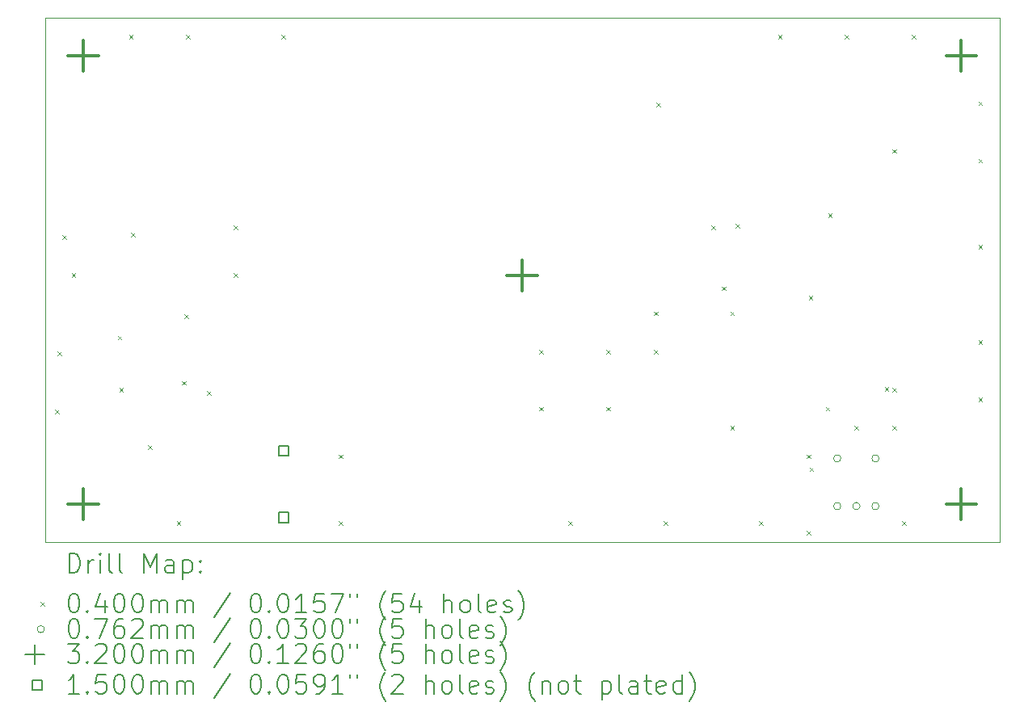
<source format=gbr>
%TF.GenerationSoftware,KiCad,Pcbnew,7.0.7*%
%TF.CreationDate,2023-10-17T16:06:10-04:00*%
%TF.ProjectId,MicAmp,4d696341-6d70-42e6-9b69-6361645f7063,rev?*%
%TF.SameCoordinates,PX42c1d80PY2625a00*%
%TF.FileFunction,Drillmap*%
%TF.FilePolarity,Positive*%
%FSLAX45Y45*%
G04 Gerber Fmt 4.5, Leading zero omitted, Abs format (unit mm)*
G04 Created by KiCad (PCBNEW 7.0.7) date 2023-10-17 16:06:10*
%MOMM*%
%LPD*%
G01*
G04 APERTURE LIST*
%ADD10C,0.100000*%
%ADD11C,0.200000*%
%ADD12C,0.040000*%
%ADD13C,0.076200*%
%ADD14C,0.320000*%
%ADD15C,0.150000*%
G04 APERTURE END LIST*
D10*
X10000000Y0D02*
X10000000Y-5500000D01*
X0Y0D02*
X10000000Y0D01*
X0Y-5500000D02*
X0Y0D01*
X10000000Y-5500000D02*
X0Y-5500000D01*
D11*
D12*
X104700Y-4108000D02*
X144700Y-4148000D01*
X144700Y-4108000D02*
X104700Y-4148000D01*
X130100Y-3498400D02*
X170100Y-3538400D01*
X170100Y-3498400D02*
X130100Y-3538400D01*
X180000Y-2280000D02*
X220000Y-2320000D01*
X220000Y-2280000D02*
X180000Y-2320000D01*
X280000Y-2680000D02*
X320000Y-2720000D01*
X320000Y-2680000D02*
X280000Y-2720000D01*
X762560Y-3335840D02*
X802560Y-3375840D01*
X802560Y-3335840D02*
X762560Y-3375840D01*
X780000Y-3880000D02*
X820000Y-3920000D01*
X820000Y-3880000D02*
X780000Y-3920000D01*
X880000Y-180000D02*
X920000Y-220000D01*
X920000Y-180000D02*
X880000Y-220000D01*
X904800Y-2253800D02*
X944800Y-2293800D01*
X944800Y-2253800D02*
X904800Y-2293800D01*
X1080000Y-4480000D02*
X1120000Y-4520000D01*
X1120000Y-4480000D02*
X1080000Y-4520000D01*
X1380000Y-5280000D02*
X1420000Y-5320000D01*
X1420000Y-5280000D02*
X1380000Y-5320000D01*
X1433120Y-3808280D02*
X1473120Y-3848280D01*
X1473120Y-3808280D02*
X1433120Y-3848280D01*
X1458520Y-3112320D02*
X1498520Y-3152320D01*
X1498520Y-3112320D02*
X1458520Y-3152320D01*
X1480000Y-180000D02*
X1520000Y-220000D01*
X1520000Y-180000D02*
X1480000Y-220000D01*
X1699820Y-3914960D02*
X1739820Y-3954960D01*
X1739820Y-3914960D02*
X1699820Y-3954960D01*
X1980000Y-2180000D02*
X2020000Y-2220000D01*
X2020000Y-2180000D02*
X1980000Y-2220000D01*
X1980000Y-2680000D02*
X2020000Y-2720000D01*
X2020000Y-2680000D02*
X1980000Y-2720000D01*
X2480000Y-180000D02*
X2520000Y-220000D01*
X2520000Y-180000D02*
X2480000Y-220000D01*
X3080000Y-4580000D02*
X3120000Y-4620000D01*
X3120000Y-4580000D02*
X3080000Y-4620000D01*
X3080000Y-5280000D02*
X3120000Y-5320000D01*
X3120000Y-5280000D02*
X3080000Y-5320000D01*
X5180000Y-3480000D02*
X5220000Y-3520000D01*
X5220000Y-3480000D02*
X5180000Y-3520000D01*
X5180000Y-4080000D02*
X5220000Y-4120000D01*
X5220000Y-4080000D02*
X5180000Y-4120000D01*
X5480000Y-5280000D02*
X5520000Y-5320000D01*
X5520000Y-5280000D02*
X5480000Y-5320000D01*
X5880000Y-3480000D02*
X5920000Y-3520000D01*
X5920000Y-3480000D02*
X5880000Y-3520000D01*
X5880000Y-4080000D02*
X5920000Y-4120000D01*
X5920000Y-4080000D02*
X5880000Y-4120000D01*
X6380000Y-3080000D02*
X6420000Y-3120000D01*
X6420000Y-3080000D02*
X6380000Y-3120000D01*
X6380000Y-3480000D02*
X6420000Y-3520000D01*
X6420000Y-3480000D02*
X6380000Y-3520000D01*
X6403900Y-894900D02*
X6443900Y-934900D01*
X6443900Y-894900D02*
X6403900Y-934900D01*
X6480000Y-5280000D02*
X6520000Y-5320000D01*
X6520000Y-5280000D02*
X6480000Y-5320000D01*
X6980000Y-2180000D02*
X7020000Y-2220000D01*
X7020000Y-2180000D02*
X6980000Y-2220000D01*
X7089700Y-2817680D02*
X7129700Y-2857680D01*
X7129700Y-2817680D02*
X7089700Y-2857680D01*
X7180000Y-3080000D02*
X7220000Y-3120000D01*
X7220000Y-3080000D02*
X7180000Y-3120000D01*
X7180000Y-4280000D02*
X7220000Y-4320000D01*
X7220000Y-4280000D02*
X7180000Y-4320000D01*
X7234480Y-2159820D02*
X7274480Y-2199820D01*
X7274480Y-2159820D02*
X7234480Y-2199820D01*
X7480000Y-5280000D02*
X7520000Y-5320000D01*
X7520000Y-5280000D02*
X7480000Y-5320000D01*
X7680000Y-180000D02*
X7720000Y-220000D01*
X7720000Y-180000D02*
X7680000Y-220000D01*
X7980000Y-4580000D02*
X8020000Y-4620000D01*
X8020000Y-4580000D02*
X7980000Y-4620000D01*
X7980000Y-5380000D02*
X8020000Y-5420000D01*
X8020000Y-5380000D02*
X7980000Y-5420000D01*
X8001560Y-2916740D02*
X8041560Y-2956740D01*
X8041560Y-2916740D02*
X8001560Y-2956740D01*
X8009180Y-4715060D02*
X8049180Y-4755060D01*
X8049180Y-4715060D02*
X8009180Y-4755060D01*
X8180000Y-4080000D02*
X8220000Y-4120000D01*
X8220000Y-4080000D02*
X8180000Y-4120000D01*
X8204760Y-2053140D02*
X8244760Y-2093140D01*
X8244760Y-2053140D02*
X8204760Y-2093140D01*
X8380000Y-180000D02*
X8420000Y-220000D01*
X8420000Y-180000D02*
X8380000Y-220000D01*
X8480000Y-4280000D02*
X8520000Y-4320000D01*
X8520000Y-4280000D02*
X8480000Y-4320000D01*
X8796580Y-3874320D02*
X8836580Y-3914320D01*
X8836580Y-3874320D02*
X8796580Y-3914320D01*
X8880000Y-1380000D02*
X8920000Y-1420000D01*
X8920000Y-1380000D02*
X8880000Y-1420000D01*
X8880000Y-3880000D02*
X8920000Y-3920000D01*
X8920000Y-3880000D02*
X8880000Y-3920000D01*
X8880000Y-4280000D02*
X8920000Y-4320000D01*
X8920000Y-4280000D02*
X8880000Y-4320000D01*
X8980000Y-5280000D02*
X9020000Y-5320000D01*
X9020000Y-5280000D02*
X8980000Y-5320000D01*
X9080000Y-180000D02*
X9120000Y-220000D01*
X9120000Y-180000D02*
X9080000Y-220000D01*
X9780000Y-880000D02*
X9820000Y-920000D01*
X9820000Y-880000D02*
X9780000Y-920000D01*
X9780000Y-1480000D02*
X9820000Y-1520000D01*
X9820000Y-1480000D02*
X9780000Y-1520000D01*
X9780000Y-2380000D02*
X9820000Y-2420000D01*
X9820000Y-2380000D02*
X9780000Y-2420000D01*
X9780000Y-3380000D02*
X9820000Y-3420000D01*
X9820000Y-3380000D02*
X9780000Y-3420000D01*
X9780000Y-3980000D02*
X9820000Y-4020000D01*
X9820000Y-3980000D02*
X9780000Y-4020000D01*
D13*
X8338100Y-4620000D02*
G75*
G03*
X8338100Y-4620000I-38100J0D01*
G01*
X8338100Y-5120000D02*
G75*
G03*
X8338100Y-5120000I-38100J0D01*
G01*
X8538100Y-5120000D02*
G75*
G03*
X8538100Y-5120000I-38100J0D01*
G01*
X8738100Y-4620000D02*
G75*
G03*
X8738100Y-4620000I-38100J0D01*
G01*
X8738100Y-5120000D02*
G75*
G03*
X8738100Y-5120000I-38100J0D01*
G01*
D14*
X400000Y-240000D02*
X400000Y-560000D01*
X240000Y-400000D02*
X560000Y-400000D01*
X400000Y-4940000D02*
X400000Y-5260000D01*
X240000Y-5100000D02*
X560000Y-5100000D01*
X5000000Y-2540000D02*
X5000000Y-2860000D01*
X4840000Y-2700000D02*
X5160000Y-2700000D01*
X9600000Y-240000D02*
X9600000Y-560000D01*
X9440000Y-400000D02*
X9760000Y-400000D01*
X9600000Y-4940000D02*
X9600000Y-5260000D01*
X9440000Y-5100000D02*
X9760000Y-5100000D01*
D15*
X2553034Y-4593034D02*
X2553034Y-4486967D01*
X2446967Y-4486967D01*
X2446967Y-4593034D01*
X2553034Y-4593034D01*
X2553034Y-5293034D02*
X2553034Y-5186967D01*
X2446967Y-5186967D01*
X2446967Y-5293034D01*
X2553034Y-5293034D01*
D11*
X255777Y-5817484D02*
X255777Y-5617484D01*
X255777Y-5617484D02*
X303396Y-5617484D01*
X303396Y-5617484D02*
X331967Y-5627008D01*
X331967Y-5627008D02*
X351015Y-5646055D01*
X351015Y-5646055D02*
X360539Y-5665103D01*
X360539Y-5665103D02*
X370062Y-5703198D01*
X370062Y-5703198D02*
X370062Y-5731769D01*
X370062Y-5731769D02*
X360539Y-5769865D01*
X360539Y-5769865D02*
X351015Y-5788912D01*
X351015Y-5788912D02*
X331967Y-5807960D01*
X331967Y-5807960D02*
X303396Y-5817484D01*
X303396Y-5817484D02*
X255777Y-5817484D01*
X455777Y-5817484D02*
X455777Y-5684150D01*
X455777Y-5722246D02*
X465301Y-5703198D01*
X465301Y-5703198D02*
X474824Y-5693674D01*
X474824Y-5693674D02*
X493872Y-5684150D01*
X493872Y-5684150D02*
X512920Y-5684150D01*
X579586Y-5817484D02*
X579586Y-5684150D01*
X579586Y-5617484D02*
X570063Y-5627008D01*
X570063Y-5627008D02*
X579586Y-5636531D01*
X579586Y-5636531D02*
X589110Y-5627008D01*
X589110Y-5627008D02*
X579586Y-5617484D01*
X579586Y-5617484D02*
X579586Y-5636531D01*
X703396Y-5817484D02*
X684348Y-5807960D01*
X684348Y-5807960D02*
X674824Y-5788912D01*
X674824Y-5788912D02*
X674824Y-5617484D01*
X808158Y-5817484D02*
X789110Y-5807960D01*
X789110Y-5807960D02*
X779586Y-5788912D01*
X779586Y-5788912D02*
X779586Y-5617484D01*
X1036729Y-5817484D02*
X1036729Y-5617484D01*
X1036729Y-5617484D02*
X1103396Y-5760341D01*
X1103396Y-5760341D02*
X1170063Y-5617484D01*
X1170063Y-5617484D02*
X1170063Y-5817484D01*
X1351015Y-5817484D02*
X1351015Y-5712722D01*
X1351015Y-5712722D02*
X1341491Y-5693674D01*
X1341491Y-5693674D02*
X1322444Y-5684150D01*
X1322444Y-5684150D02*
X1284348Y-5684150D01*
X1284348Y-5684150D02*
X1265301Y-5693674D01*
X1351015Y-5807960D02*
X1331967Y-5817484D01*
X1331967Y-5817484D02*
X1284348Y-5817484D01*
X1284348Y-5817484D02*
X1265301Y-5807960D01*
X1265301Y-5807960D02*
X1255777Y-5788912D01*
X1255777Y-5788912D02*
X1255777Y-5769865D01*
X1255777Y-5769865D02*
X1265301Y-5750817D01*
X1265301Y-5750817D02*
X1284348Y-5741293D01*
X1284348Y-5741293D02*
X1331967Y-5741293D01*
X1331967Y-5741293D02*
X1351015Y-5731769D01*
X1446253Y-5684150D02*
X1446253Y-5884150D01*
X1446253Y-5693674D02*
X1465301Y-5684150D01*
X1465301Y-5684150D02*
X1503396Y-5684150D01*
X1503396Y-5684150D02*
X1522443Y-5693674D01*
X1522443Y-5693674D02*
X1531967Y-5703198D01*
X1531967Y-5703198D02*
X1541491Y-5722246D01*
X1541491Y-5722246D02*
X1541491Y-5779388D01*
X1541491Y-5779388D02*
X1531967Y-5798436D01*
X1531967Y-5798436D02*
X1522443Y-5807960D01*
X1522443Y-5807960D02*
X1503396Y-5817484D01*
X1503396Y-5817484D02*
X1465301Y-5817484D01*
X1465301Y-5817484D02*
X1446253Y-5807960D01*
X1627205Y-5798436D02*
X1636729Y-5807960D01*
X1636729Y-5807960D02*
X1627205Y-5817484D01*
X1627205Y-5817484D02*
X1617682Y-5807960D01*
X1617682Y-5807960D02*
X1627205Y-5798436D01*
X1627205Y-5798436D02*
X1627205Y-5817484D01*
X1627205Y-5693674D02*
X1636729Y-5703198D01*
X1636729Y-5703198D02*
X1627205Y-5712722D01*
X1627205Y-5712722D02*
X1617682Y-5703198D01*
X1617682Y-5703198D02*
X1627205Y-5693674D01*
X1627205Y-5693674D02*
X1627205Y-5712722D01*
D12*
X-45000Y-6126000D02*
X-5000Y-6166000D01*
X-5000Y-6126000D02*
X-45000Y-6166000D01*
D11*
X293872Y-6037484D02*
X312920Y-6037484D01*
X312920Y-6037484D02*
X331967Y-6047008D01*
X331967Y-6047008D02*
X341491Y-6056531D01*
X341491Y-6056531D02*
X351015Y-6075579D01*
X351015Y-6075579D02*
X360539Y-6113674D01*
X360539Y-6113674D02*
X360539Y-6161293D01*
X360539Y-6161293D02*
X351015Y-6199388D01*
X351015Y-6199388D02*
X341491Y-6218436D01*
X341491Y-6218436D02*
X331967Y-6227960D01*
X331967Y-6227960D02*
X312920Y-6237484D01*
X312920Y-6237484D02*
X293872Y-6237484D01*
X293872Y-6237484D02*
X274824Y-6227960D01*
X274824Y-6227960D02*
X265301Y-6218436D01*
X265301Y-6218436D02*
X255777Y-6199388D01*
X255777Y-6199388D02*
X246253Y-6161293D01*
X246253Y-6161293D02*
X246253Y-6113674D01*
X246253Y-6113674D02*
X255777Y-6075579D01*
X255777Y-6075579D02*
X265301Y-6056531D01*
X265301Y-6056531D02*
X274824Y-6047008D01*
X274824Y-6047008D02*
X293872Y-6037484D01*
X446253Y-6218436D02*
X455777Y-6227960D01*
X455777Y-6227960D02*
X446253Y-6237484D01*
X446253Y-6237484D02*
X436729Y-6227960D01*
X436729Y-6227960D02*
X446253Y-6218436D01*
X446253Y-6218436D02*
X446253Y-6237484D01*
X627205Y-6104150D02*
X627205Y-6237484D01*
X579586Y-6027960D02*
X531967Y-6170817D01*
X531967Y-6170817D02*
X655777Y-6170817D01*
X770062Y-6037484D02*
X789110Y-6037484D01*
X789110Y-6037484D02*
X808158Y-6047008D01*
X808158Y-6047008D02*
X817682Y-6056531D01*
X817682Y-6056531D02*
X827205Y-6075579D01*
X827205Y-6075579D02*
X836729Y-6113674D01*
X836729Y-6113674D02*
X836729Y-6161293D01*
X836729Y-6161293D02*
X827205Y-6199388D01*
X827205Y-6199388D02*
X817682Y-6218436D01*
X817682Y-6218436D02*
X808158Y-6227960D01*
X808158Y-6227960D02*
X789110Y-6237484D01*
X789110Y-6237484D02*
X770062Y-6237484D01*
X770062Y-6237484D02*
X751015Y-6227960D01*
X751015Y-6227960D02*
X741491Y-6218436D01*
X741491Y-6218436D02*
X731967Y-6199388D01*
X731967Y-6199388D02*
X722443Y-6161293D01*
X722443Y-6161293D02*
X722443Y-6113674D01*
X722443Y-6113674D02*
X731967Y-6075579D01*
X731967Y-6075579D02*
X741491Y-6056531D01*
X741491Y-6056531D02*
X751015Y-6047008D01*
X751015Y-6047008D02*
X770062Y-6037484D01*
X960539Y-6037484D02*
X979586Y-6037484D01*
X979586Y-6037484D02*
X998634Y-6047008D01*
X998634Y-6047008D02*
X1008158Y-6056531D01*
X1008158Y-6056531D02*
X1017682Y-6075579D01*
X1017682Y-6075579D02*
X1027205Y-6113674D01*
X1027205Y-6113674D02*
X1027205Y-6161293D01*
X1027205Y-6161293D02*
X1017682Y-6199388D01*
X1017682Y-6199388D02*
X1008158Y-6218436D01*
X1008158Y-6218436D02*
X998634Y-6227960D01*
X998634Y-6227960D02*
X979586Y-6237484D01*
X979586Y-6237484D02*
X960539Y-6237484D01*
X960539Y-6237484D02*
X941491Y-6227960D01*
X941491Y-6227960D02*
X931967Y-6218436D01*
X931967Y-6218436D02*
X922443Y-6199388D01*
X922443Y-6199388D02*
X912920Y-6161293D01*
X912920Y-6161293D02*
X912920Y-6113674D01*
X912920Y-6113674D02*
X922443Y-6075579D01*
X922443Y-6075579D02*
X931967Y-6056531D01*
X931967Y-6056531D02*
X941491Y-6047008D01*
X941491Y-6047008D02*
X960539Y-6037484D01*
X1112920Y-6237484D02*
X1112920Y-6104150D01*
X1112920Y-6123198D02*
X1122444Y-6113674D01*
X1122444Y-6113674D02*
X1141491Y-6104150D01*
X1141491Y-6104150D02*
X1170063Y-6104150D01*
X1170063Y-6104150D02*
X1189110Y-6113674D01*
X1189110Y-6113674D02*
X1198634Y-6132722D01*
X1198634Y-6132722D02*
X1198634Y-6237484D01*
X1198634Y-6132722D02*
X1208158Y-6113674D01*
X1208158Y-6113674D02*
X1227205Y-6104150D01*
X1227205Y-6104150D02*
X1255777Y-6104150D01*
X1255777Y-6104150D02*
X1274825Y-6113674D01*
X1274825Y-6113674D02*
X1284348Y-6132722D01*
X1284348Y-6132722D02*
X1284348Y-6237484D01*
X1379586Y-6237484D02*
X1379586Y-6104150D01*
X1379586Y-6123198D02*
X1389110Y-6113674D01*
X1389110Y-6113674D02*
X1408158Y-6104150D01*
X1408158Y-6104150D02*
X1436729Y-6104150D01*
X1436729Y-6104150D02*
X1455777Y-6113674D01*
X1455777Y-6113674D02*
X1465301Y-6132722D01*
X1465301Y-6132722D02*
X1465301Y-6237484D01*
X1465301Y-6132722D02*
X1474824Y-6113674D01*
X1474824Y-6113674D02*
X1493872Y-6104150D01*
X1493872Y-6104150D02*
X1522443Y-6104150D01*
X1522443Y-6104150D02*
X1541491Y-6113674D01*
X1541491Y-6113674D02*
X1551015Y-6132722D01*
X1551015Y-6132722D02*
X1551015Y-6237484D01*
X1941491Y-6027960D02*
X1770063Y-6285103D01*
X2198634Y-6037484D02*
X2217682Y-6037484D01*
X2217682Y-6037484D02*
X2236729Y-6047008D01*
X2236729Y-6047008D02*
X2246253Y-6056531D01*
X2246253Y-6056531D02*
X2255777Y-6075579D01*
X2255777Y-6075579D02*
X2265301Y-6113674D01*
X2265301Y-6113674D02*
X2265301Y-6161293D01*
X2265301Y-6161293D02*
X2255777Y-6199388D01*
X2255777Y-6199388D02*
X2246253Y-6218436D01*
X2246253Y-6218436D02*
X2236729Y-6227960D01*
X2236729Y-6227960D02*
X2217682Y-6237484D01*
X2217682Y-6237484D02*
X2198634Y-6237484D01*
X2198634Y-6237484D02*
X2179587Y-6227960D01*
X2179587Y-6227960D02*
X2170063Y-6218436D01*
X2170063Y-6218436D02*
X2160539Y-6199388D01*
X2160539Y-6199388D02*
X2151015Y-6161293D01*
X2151015Y-6161293D02*
X2151015Y-6113674D01*
X2151015Y-6113674D02*
X2160539Y-6075579D01*
X2160539Y-6075579D02*
X2170063Y-6056531D01*
X2170063Y-6056531D02*
X2179587Y-6047008D01*
X2179587Y-6047008D02*
X2198634Y-6037484D01*
X2351015Y-6218436D02*
X2360539Y-6227960D01*
X2360539Y-6227960D02*
X2351015Y-6237484D01*
X2351015Y-6237484D02*
X2341491Y-6227960D01*
X2341491Y-6227960D02*
X2351015Y-6218436D01*
X2351015Y-6218436D02*
X2351015Y-6237484D01*
X2484348Y-6037484D02*
X2503396Y-6037484D01*
X2503396Y-6037484D02*
X2522444Y-6047008D01*
X2522444Y-6047008D02*
X2531968Y-6056531D01*
X2531968Y-6056531D02*
X2541491Y-6075579D01*
X2541491Y-6075579D02*
X2551015Y-6113674D01*
X2551015Y-6113674D02*
X2551015Y-6161293D01*
X2551015Y-6161293D02*
X2541491Y-6199388D01*
X2541491Y-6199388D02*
X2531968Y-6218436D01*
X2531968Y-6218436D02*
X2522444Y-6227960D01*
X2522444Y-6227960D02*
X2503396Y-6237484D01*
X2503396Y-6237484D02*
X2484348Y-6237484D01*
X2484348Y-6237484D02*
X2465301Y-6227960D01*
X2465301Y-6227960D02*
X2455777Y-6218436D01*
X2455777Y-6218436D02*
X2446253Y-6199388D01*
X2446253Y-6199388D02*
X2436729Y-6161293D01*
X2436729Y-6161293D02*
X2436729Y-6113674D01*
X2436729Y-6113674D02*
X2446253Y-6075579D01*
X2446253Y-6075579D02*
X2455777Y-6056531D01*
X2455777Y-6056531D02*
X2465301Y-6047008D01*
X2465301Y-6047008D02*
X2484348Y-6037484D01*
X2741491Y-6237484D02*
X2627206Y-6237484D01*
X2684348Y-6237484D02*
X2684348Y-6037484D01*
X2684348Y-6037484D02*
X2665301Y-6066055D01*
X2665301Y-6066055D02*
X2646253Y-6085103D01*
X2646253Y-6085103D02*
X2627206Y-6094627D01*
X2922444Y-6037484D02*
X2827206Y-6037484D01*
X2827206Y-6037484D02*
X2817682Y-6132722D01*
X2817682Y-6132722D02*
X2827206Y-6123198D01*
X2827206Y-6123198D02*
X2846253Y-6113674D01*
X2846253Y-6113674D02*
X2893872Y-6113674D01*
X2893872Y-6113674D02*
X2912920Y-6123198D01*
X2912920Y-6123198D02*
X2922444Y-6132722D01*
X2922444Y-6132722D02*
X2931967Y-6151769D01*
X2931967Y-6151769D02*
X2931967Y-6199388D01*
X2931967Y-6199388D02*
X2922444Y-6218436D01*
X2922444Y-6218436D02*
X2912920Y-6227960D01*
X2912920Y-6227960D02*
X2893872Y-6237484D01*
X2893872Y-6237484D02*
X2846253Y-6237484D01*
X2846253Y-6237484D02*
X2827206Y-6227960D01*
X2827206Y-6227960D02*
X2817682Y-6218436D01*
X2998634Y-6037484D02*
X3131967Y-6037484D01*
X3131967Y-6037484D02*
X3046253Y-6237484D01*
X3198634Y-6037484D02*
X3198634Y-6075579D01*
X3274825Y-6037484D02*
X3274825Y-6075579D01*
X3570063Y-6313674D02*
X3560539Y-6304150D01*
X3560539Y-6304150D02*
X3541491Y-6275579D01*
X3541491Y-6275579D02*
X3531968Y-6256531D01*
X3531968Y-6256531D02*
X3522444Y-6227960D01*
X3522444Y-6227960D02*
X3512920Y-6180341D01*
X3512920Y-6180341D02*
X3512920Y-6142246D01*
X3512920Y-6142246D02*
X3522444Y-6094627D01*
X3522444Y-6094627D02*
X3531968Y-6066055D01*
X3531968Y-6066055D02*
X3541491Y-6047008D01*
X3541491Y-6047008D02*
X3560539Y-6018436D01*
X3560539Y-6018436D02*
X3570063Y-6008912D01*
X3741491Y-6037484D02*
X3646253Y-6037484D01*
X3646253Y-6037484D02*
X3636729Y-6132722D01*
X3636729Y-6132722D02*
X3646253Y-6123198D01*
X3646253Y-6123198D02*
X3665301Y-6113674D01*
X3665301Y-6113674D02*
X3712920Y-6113674D01*
X3712920Y-6113674D02*
X3731968Y-6123198D01*
X3731968Y-6123198D02*
X3741491Y-6132722D01*
X3741491Y-6132722D02*
X3751015Y-6151769D01*
X3751015Y-6151769D02*
X3751015Y-6199388D01*
X3751015Y-6199388D02*
X3741491Y-6218436D01*
X3741491Y-6218436D02*
X3731968Y-6227960D01*
X3731968Y-6227960D02*
X3712920Y-6237484D01*
X3712920Y-6237484D02*
X3665301Y-6237484D01*
X3665301Y-6237484D02*
X3646253Y-6227960D01*
X3646253Y-6227960D02*
X3636729Y-6218436D01*
X3922444Y-6104150D02*
X3922444Y-6237484D01*
X3874825Y-6027960D02*
X3827206Y-6170817D01*
X3827206Y-6170817D02*
X3951015Y-6170817D01*
X4179587Y-6237484D02*
X4179587Y-6037484D01*
X4265301Y-6237484D02*
X4265301Y-6132722D01*
X4265301Y-6132722D02*
X4255777Y-6113674D01*
X4255777Y-6113674D02*
X4236730Y-6104150D01*
X4236730Y-6104150D02*
X4208158Y-6104150D01*
X4208158Y-6104150D02*
X4189110Y-6113674D01*
X4189110Y-6113674D02*
X4179587Y-6123198D01*
X4389111Y-6237484D02*
X4370063Y-6227960D01*
X4370063Y-6227960D02*
X4360539Y-6218436D01*
X4360539Y-6218436D02*
X4351015Y-6199388D01*
X4351015Y-6199388D02*
X4351015Y-6142246D01*
X4351015Y-6142246D02*
X4360539Y-6123198D01*
X4360539Y-6123198D02*
X4370063Y-6113674D01*
X4370063Y-6113674D02*
X4389111Y-6104150D01*
X4389111Y-6104150D02*
X4417682Y-6104150D01*
X4417682Y-6104150D02*
X4436730Y-6113674D01*
X4436730Y-6113674D02*
X4446253Y-6123198D01*
X4446253Y-6123198D02*
X4455777Y-6142246D01*
X4455777Y-6142246D02*
X4455777Y-6199388D01*
X4455777Y-6199388D02*
X4446253Y-6218436D01*
X4446253Y-6218436D02*
X4436730Y-6227960D01*
X4436730Y-6227960D02*
X4417682Y-6237484D01*
X4417682Y-6237484D02*
X4389111Y-6237484D01*
X4570063Y-6237484D02*
X4551015Y-6227960D01*
X4551015Y-6227960D02*
X4541492Y-6208912D01*
X4541492Y-6208912D02*
X4541492Y-6037484D01*
X4722444Y-6227960D02*
X4703396Y-6237484D01*
X4703396Y-6237484D02*
X4665301Y-6237484D01*
X4665301Y-6237484D02*
X4646253Y-6227960D01*
X4646253Y-6227960D02*
X4636730Y-6208912D01*
X4636730Y-6208912D02*
X4636730Y-6132722D01*
X4636730Y-6132722D02*
X4646253Y-6113674D01*
X4646253Y-6113674D02*
X4665301Y-6104150D01*
X4665301Y-6104150D02*
X4703396Y-6104150D01*
X4703396Y-6104150D02*
X4722444Y-6113674D01*
X4722444Y-6113674D02*
X4731968Y-6132722D01*
X4731968Y-6132722D02*
X4731968Y-6151769D01*
X4731968Y-6151769D02*
X4636730Y-6170817D01*
X4808158Y-6227960D02*
X4827206Y-6237484D01*
X4827206Y-6237484D02*
X4865301Y-6237484D01*
X4865301Y-6237484D02*
X4884349Y-6227960D01*
X4884349Y-6227960D02*
X4893873Y-6208912D01*
X4893873Y-6208912D02*
X4893873Y-6199388D01*
X4893873Y-6199388D02*
X4884349Y-6180341D01*
X4884349Y-6180341D02*
X4865301Y-6170817D01*
X4865301Y-6170817D02*
X4836730Y-6170817D01*
X4836730Y-6170817D02*
X4817682Y-6161293D01*
X4817682Y-6161293D02*
X4808158Y-6142246D01*
X4808158Y-6142246D02*
X4808158Y-6132722D01*
X4808158Y-6132722D02*
X4817682Y-6113674D01*
X4817682Y-6113674D02*
X4836730Y-6104150D01*
X4836730Y-6104150D02*
X4865301Y-6104150D01*
X4865301Y-6104150D02*
X4884349Y-6113674D01*
X4960539Y-6313674D02*
X4970063Y-6304150D01*
X4970063Y-6304150D02*
X4989111Y-6275579D01*
X4989111Y-6275579D02*
X4998634Y-6256531D01*
X4998634Y-6256531D02*
X5008158Y-6227960D01*
X5008158Y-6227960D02*
X5017682Y-6180341D01*
X5017682Y-6180341D02*
X5017682Y-6142246D01*
X5017682Y-6142246D02*
X5008158Y-6094627D01*
X5008158Y-6094627D02*
X4998634Y-6066055D01*
X4998634Y-6066055D02*
X4989111Y-6047008D01*
X4989111Y-6047008D02*
X4970063Y-6018436D01*
X4970063Y-6018436D02*
X4960539Y-6008912D01*
D13*
X-5000Y-6410000D02*
G75*
G03*
X-5000Y-6410000I-38100J0D01*
G01*
D11*
X293872Y-6301484D02*
X312920Y-6301484D01*
X312920Y-6301484D02*
X331967Y-6311008D01*
X331967Y-6311008D02*
X341491Y-6320531D01*
X341491Y-6320531D02*
X351015Y-6339579D01*
X351015Y-6339579D02*
X360539Y-6377674D01*
X360539Y-6377674D02*
X360539Y-6425293D01*
X360539Y-6425293D02*
X351015Y-6463388D01*
X351015Y-6463388D02*
X341491Y-6482436D01*
X341491Y-6482436D02*
X331967Y-6491960D01*
X331967Y-6491960D02*
X312920Y-6501484D01*
X312920Y-6501484D02*
X293872Y-6501484D01*
X293872Y-6501484D02*
X274824Y-6491960D01*
X274824Y-6491960D02*
X265301Y-6482436D01*
X265301Y-6482436D02*
X255777Y-6463388D01*
X255777Y-6463388D02*
X246253Y-6425293D01*
X246253Y-6425293D02*
X246253Y-6377674D01*
X246253Y-6377674D02*
X255777Y-6339579D01*
X255777Y-6339579D02*
X265301Y-6320531D01*
X265301Y-6320531D02*
X274824Y-6311008D01*
X274824Y-6311008D02*
X293872Y-6301484D01*
X446253Y-6482436D02*
X455777Y-6491960D01*
X455777Y-6491960D02*
X446253Y-6501484D01*
X446253Y-6501484D02*
X436729Y-6491960D01*
X436729Y-6491960D02*
X446253Y-6482436D01*
X446253Y-6482436D02*
X446253Y-6501484D01*
X522443Y-6301484D02*
X655777Y-6301484D01*
X655777Y-6301484D02*
X570063Y-6501484D01*
X817682Y-6301484D02*
X779586Y-6301484D01*
X779586Y-6301484D02*
X760539Y-6311008D01*
X760539Y-6311008D02*
X751015Y-6320531D01*
X751015Y-6320531D02*
X731967Y-6349103D01*
X731967Y-6349103D02*
X722443Y-6387198D01*
X722443Y-6387198D02*
X722443Y-6463388D01*
X722443Y-6463388D02*
X731967Y-6482436D01*
X731967Y-6482436D02*
X741491Y-6491960D01*
X741491Y-6491960D02*
X760539Y-6501484D01*
X760539Y-6501484D02*
X798634Y-6501484D01*
X798634Y-6501484D02*
X817682Y-6491960D01*
X817682Y-6491960D02*
X827205Y-6482436D01*
X827205Y-6482436D02*
X836729Y-6463388D01*
X836729Y-6463388D02*
X836729Y-6415769D01*
X836729Y-6415769D02*
X827205Y-6396722D01*
X827205Y-6396722D02*
X817682Y-6387198D01*
X817682Y-6387198D02*
X798634Y-6377674D01*
X798634Y-6377674D02*
X760539Y-6377674D01*
X760539Y-6377674D02*
X741491Y-6387198D01*
X741491Y-6387198D02*
X731967Y-6396722D01*
X731967Y-6396722D02*
X722443Y-6415769D01*
X912920Y-6320531D02*
X922443Y-6311008D01*
X922443Y-6311008D02*
X941491Y-6301484D01*
X941491Y-6301484D02*
X989110Y-6301484D01*
X989110Y-6301484D02*
X1008158Y-6311008D01*
X1008158Y-6311008D02*
X1017682Y-6320531D01*
X1017682Y-6320531D02*
X1027205Y-6339579D01*
X1027205Y-6339579D02*
X1027205Y-6358627D01*
X1027205Y-6358627D02*
X1017682Y-6387198D01*
X1017682Y-6387198D02*
X903396Y-6501484D01*
X903396Y-6501484D02*
X1027205Y-6501484D01*
X1112920Y-6501484D02*
X1112920Y-6368150D01*
X1112920Y-6387198D02*
X1122444Y-6377674D01*
X1122444Y-6377674D02*
X1141491Y-6368150D01*
X1141491Y-6368150D02*
X1170063Y-6368150D01*
X1170063Y-6368150D02*
X1189110Y-6377674D01*
X1189110Y-6377674D02*
X1198634Y-6396722D01*
X1198634Y-6396722D02*
X1198634Y-6501484D01*
X1198634Y-6396722D02*
X1208158Y-6377674D01*
X1208158Y-6377674D02*
X1227205Y-6368150D01*
X1227205Y-6368150D02*
X1255777Y-6368150D01*
X1255777Y-6368150D02*
X1274825Y-6377674D01*
X1274825Y-6377674D02*
X1284348Y-6396722D01*
X1284348Y-6396722D02*
X1284348Y-6501484D01*
X1379586Y-6501484D02*
X1379586Y-6368150D01*
X1379586Y-6387198D02*
X1389110Y-6377674D01*
X1389110Y-6377674D02*
X1408158Y-6368150D01*
X1408158Y-6368150D02*
X1436729Y-6368150D01*
X1436729Y-6368150D02*
X1455777Y-6377674D01*
X1455777Y-6377674D02*
X1465301Y-6396722D01*
X1465301Y-6396722D02*
X1465301Y-6501484D01*
X1465301Y-6396722D02*
X1474824Y-6377674D01*
X1474824Y-6377674D02*
X1493872Y-6368150D01*
X1493872Y-6368150D02*
X1522443Y-6368150D01*
X1522443Y-6368150D02*
X1541491Y-6377674D01*
X1541491Y-6377674D02*
X1551015Y-6396722D01*
X1551015Y-6396722D02*
X1551015Y-6501484D01*
X1941491Y-6291960D02*
X1770063Y-6549103D01*
X2198634Y-6301484D02*
X2217682Y-6301484D01*
X2217682Y-6301484D02*
X2236729Y-6311008D01*
X2236729Y-6311008D02*
X2246253Y-6320531D01*
X2246253Y-6320531D02*
X2255777Y-6339579D01*
X2255777Y-6339579D02*
X2265301Y-6377674D01*
X2265301Y-6377674D02*
X2265301Y-6425293D01*
X2265301Y-6425293D02*
X2255777Y-6463388D01*
X2255777Y-6463388D02*
X2246253Y-6482436D01*
X2246253Y-6482436D02*
X2236729Y-6491960D01*
X2236729Y-6491960D02*
X2217682Y-6501484D01*
X2217682Y-6501484D02*
X2198634Y-6501484D01*
X2198634Y-6501484D02*
X2179587Y-6491960D01*
X2179587Y-6491960D02*
X2170063Y-6482436D01*
X2170063Y-6482436D02*
X2160539Y-6463388D01*
X2160539Y-6463388D02*
X2151015Y-6425293D01*
X2151015Y-6425293D02*
X2151015Y-6377674D01*
X2151015Y-6377674D02*
X2160539Y-6339579D01*
X2160539Y-6339579D02*
X2170063Y-6320531D01*
X2170063Y-6320531D02*
X2179587Y-6311008D01*
X2179587Y-6311008D02*
X2198634Y-6301484D01*
X2351015Y-6482436D02*
X2360539Y-6491960D01*
X2360539Y-6491960D02*
X2351015Y-6501484D01*
X2351015Y-6501484D02*
X2341491Y-6491960D01*
X2341491Y-6491960D02*
X2351015Y-6482436D01*
X2351015Y-6482436D02*
X2351015Y-6501484D01*
X2484348Y-6301484D02*
X2503396Y-6301484D01*
X2503396Y-6301484D02*
X2522444Y-6311008D01*
X2522444Y-6311008D02*
X2531968Y-6320531D01*
X2531968Y-6320531D02*
X2541491Y-6339579D01*
X2541491Y-6339579D02*
X2551015Y-6377674D01*
X2551015Y-6377674D02*
X2551015Y-6425293D01*
X2551015Y-6425293D02*
X2541491Y-6463388D01*
X2541491Y-6463388D02*
X2531968Y-6482436D01*
X2531968Y-6482436D02*
X2522444Y-6491960D01*
X2522444Y-6491960D02*
X2503396Y-6501484D01*
X2503396Y-6501484D02*
X2484348Y-6501484D01*
X2484348Y-6501484D02*
X2465301Y-6491960D01*
X2465301Y-6491960D02*
X2455777Y-6482436D01*
X2455777Y-6482436D02*
X2446253Y-6463388D01*
X2446253Y-6463388D02*
X2436729Y-6425293D01*
X2436729Y-6425293D02*
X2436729Y-6377674D01*
X2436729Y-6377674D02*
X2446253Y-6339579D01*
X2446253Y-6339579D02*
X2455777Y-6320531D01*
X2455777Y-6320531D02*
X2465301Y-6311008D01*
X2465301Y-6311008D02*
X2484348Y-6301484D01*
X2617682Y-6301484D02*
X2741491Y-6301484D01*
X2741491Y-6301484D02*
X2674825Y-6377674D01*
X2674825Y-6377674D02*
X2703396Y-6377674D01*
X2703396Y-6377674D02*
X2722444Y-6387198D01*
X2722444Y-6387198D02*
X2731968Y-6396722D01*
X2731968Y-6396722D02*
X2741491Y-6415769D01*
X2741491Y-6415769D02*
X2741491Y-6463388D01*
X2741491Y-6463388D02*
X2731968Y-6482436D01*
X2731968Y-6482436D02*
X2722444Y-6491960D01*
X2722444Y-6491960D02*
X2703396Y-6501484D01*
X2703396Y-6501484D02*
X2646253Y-6501484D01*
X2646253Y-6501484D02*
X2627206Y-6491960D01*
X2627206Y-6491960D02*
X2617682Y-6482436D01*
X2865301Y-6301484D02*
X2884348Y-6301484D01*
X2884348Y-6301484D02*
X2903396Y-6311008D01*
X2903396Y-6311008D02*
X2912920Y-6320531D01*
X2912920Y-6320531D02*
X2922444Y-6339579D01*
X2922444Y-6339579D02*
X2931967Y-6377674D01*
X2931967Y-6377674D02*
X2931967Y-6425293D01*
X2931967Y-6425293D02*
X2922444Y-6463388D01*
X2922444Y-6463388D02*
X2912920Y-6482436D01*
X2912920Y-6482436D02*
X2903396Y-6491960D01*
X2903396Y-6491960D02*
X2884348Y-6501484D01*
X2884348Y-6501484D02*
X2865301Y-6501484D01*
X2865301Y-6501484D02*
X2846253Y-6491960D01*
X2846253Y-6491960D02*
X2836729Y-6482436D01*
X2836729Y-6482436D02*
X2827206Y-6463388D01*
X2827206Y-6463388D02*
X2817682Y-6425293D01*
X2817682Y-6425293D02*
X2817682Y-6377674D01*
X2817682Y-6377674D02*
X2827206Y-6339579D01*
X2827206Y-6339579D02*
X2836729Y-6320531D01*
X2836729Y-6320531D02*
X2846253Y-6311008D01*
X2846253Y-6311008D02*
X2865301Y-6301484D01*
X3055777Y-6301484D02*
X3074825Y-6301484D01*
X3074825Y-6301484D02*
X3093872Y-6311008D01*
X3093872Y-6311008D02*
X3103396Y-6320531D01*
X3103396Y-6320531D02*
X3112920Y-6339579D01*
X3112920Y-6339579D02*
X3122444Y-6377674D01*
X3122444Y-6377674D02*
X3122444Y-6425293D01*
X3122444Y-6425293D02*
X3112920Y-6463388D01*
X3112920Y-6463388D02*
X3103396Y-6482436D01*
X3103396Y-6482436D02*
X3093872Y-6491960D01*
X3093872Y-6491960D02*
X3074825Y-6501484D01*
X3074825Y-6501484D02*
X3055777Y-6501484D01*
X3055777Y-6501484D02*
X3036729Y-6491960D01*
X3036729Y-6491960D02*
X3027206Y-6482436D01*
X3027206Y-6482436D02*
X3017682Y-6463388D01*
X3017682Y-6463388D02*
X3008158Y-6425293D01*
X3008158Y-6425293D02*
X3008158Y-6377674D01*
X3008158Y-6377674D02*
X3017682Y-6339579D01*
X3017682Y-6339579D02*
X3027206Y-6320531D01*
X3027206Y-6320531D02*
X3036729Y-6311008D01*
X3036729Y-6311008D02*
X3055777Y-6301484D01*
X3198634Y-6301484D02*
X3198634Y-6339579D01*
X3274825Y-6301484D02*
X3274825Y-6339579D01*
X3570063Y-6577674D02*
X3560539Y-6568150D01*
X3560539Y-6568150D02*
X3541491Y-6539579D01*
X3541491Y-6539579D02*
X3531968Y-6520531D01*
X3531968Y-6520531D02*
X3522444Y-6491960D01*
X3522444Y-6491960D02*
X3512920Y-6444341D01*
X3512920Y-6444341D02*
X3512920Y-6406246D01*
X3512920Y-6406246D02*
X3522444Y-6358627D01*
X3522444Y-6358627D02*
X3531968Y-6330055D01*
X3531968Y-6330055D02*
X3541491Y-6311008D01*
X3541491Y-6311008D02*
X3560539Y-6282436D01*
X3560539Y-6282436D02*
X3570063Y-6272912D01*
X3741491Y-6301484D02*
X3646253Y-6301484D01*
X3646253Y-6301484D02*
X3636729Y-6396722D01*
X3636729Y-6396722D02*
X3646253Y-6387198D01*
X3646253Y-6387198D02*
X3665301Y-6377674D01*
X3665301Y-6377674D02*
X3712920Y-6377674D01*
X3712920Y-6377674D02*
X3731968Y-6387198D01*
X3731968Y-6387198D02*
X3741491Y-6396722D01*
X3741491Y-6396722D02*
X3751015Y-6415769D01*
X3751015Y-6415769D02*
X3751015Y-6463388D01*
X3751015Y-6463388D02*
X3741491Y-6482436D01*
X3741491Y-6482436D02*
X3731968Y-6491960D01*
X3731968Y-6491960D02*
X3712920Y-6501484D01*
X3712920Y-6501484D02*
X3665301Y-6501484D01*
X3665301Y-6501484D02*
X3646253Y-6491960D01*
X3646253Y-6491960D02*
X3636729Y-6482436D01*
X3989110Y-6501484D02*
X3989110Y-6301484D01*
X4074825Y-6501484D02*
X4074825Y-6396722D01*
X4074825Y-6396722D02*
X4065301Y-6377674D01*
X4065301Y-6377674D02*
X4046253Y-6368150D01*
X4046253Y-6368150D02*
X4017682Y-6368150D01*
X4017682Y-6368150D02*
X3998634Y-6377674D01*
X3998634Y-6377674D02*
X3989110Y-6387198D01*
X4198634Y-6501484D02*
X4179587Y-6491960D01*
X4179587Y-6491960D02*
X4170063Y-6482436D01*
X4170063Y-6482436D02*
X4160539Y-6463388D01*
X4160539Y-6463388D02*
X4160539Y-6406246D01*
X4160539Y-6406246D02*
X4170063Y-6387198D01*
X4170063Y-6387198D02*
X4179587Y-6377674D01*
X4179587Y-6377674D02*
X4198634Y-6368150D01*
X4198634Y-6368150D02*
X4227206Y-6368150D01*
X4227206Y-6368150D02*
X4246253Y-6377674D01*
X4246253Y-6377674D02*
X4255777Y-6387198D01*
X4255777Y-6387198D02*
X4265301Y-6406246D01*
X4265301Y-6406246D02*
X4265301Y-6463388D01*
X4265301Y-6463388D02*
X4255777Y-6482436D01*
X4255777Y-6482436D02*
X4246253Y-6491960D01*
X4246253Y-6491960D02*
X4227206Y-6501484D01*
X4227206Y-6501484D02*
X4198634Y-6501484D01*
X4379587Y-6501484D02*
X4360539Y-6491960D01*
X4360539Y-6491960D02*
X4351015Y-6472912D01*
X4351015Y-6472912D02*
X4351015Y-6301484D01*
X4531968Y-6491960D02*
X4512920Y-6501484D01*
X4512920Y-6501484D02*
X4474825Y-6501484D01*
X4474825Y-6501484D02*
X4455777Y-6491960D01*
X4455777Y-6491960D02*
X4446253Y-6472912D01*
X4446253Y-6472912D02*
X4446253Y-6396722D01*
X4446253Y-6396722D02*
X4455777Y-6377674D01*
X4455777Y-6377674D02*
X4474825Y-6368150D01*
X4474825Y-6368150D02*
X4512920Y-6368150D01*
X4512920Y-6368150D02*
X4531968Y-6377674D01*
X4531968Y-6377674D02*
X4541492Y-6396722D01*
X4541492Y-6396722D02*
X4541492Y-6415769D01*
X4541492Y-6415769D02*
X4446253Y-6434817D01*
X4617682Y-6491960D02*
X4636730Y-6501484D01*
X4636730Y-6501484D02*
X4674825Y-6501484D01*
X4674825Y-6501484D02*
X4693873Y-6491960D01*
X4693873Y-6491960D02*
X4703396Y-6472912D01*
X4703396Y-6472912D02*
X4703396Y-6463388D01*
X4703396Y-6463388D02*
X4693873Y-6444341D01*
X4693873Y-6444341D02*
X4674825Y-6434817D01*
X4674825Y-6434817D02*
X4646253Y-6434817D01*
X4646253Y-6434817D02*
X4627206Y-6425293D01*
X4627206Y-6425293D02*
X4617682Y-6406246D01*
X4617682Y-6406246D02*
X4617682Y-6396722D01*
X4617682Y-6396722D02*
X4627206Y-6377674D01*
X4627206Y-6377674D02*
X4646253Y-6368150D01*
X4646253Y-6368150D02*
X4674825Y-6368150D01*
X4674825Y-6368150D02*
X4693873Y-6377674D01*
X4770063Y-6577674D02*
X4779587Y-6568150D01*
X4779587Y-6568150D02*
X4798634Y-6539579D01*
X4798634Y-6539579D02*
X4808158Y-6520531D01*
X4808158Y-6520531D02*
X4817682Y-6491960D01*
X4817682Y-6491960D02*
X4827206Y-6444341D01*
X4827206Y-6444341D02*
X4827206Y-6406246D01*
X4827206Y-6406246D02*
X4817682Y-6358627D01*
X4817682Y-6358627D02*
X4808158Y-6330055D01*
X4808158Y-6330055D02*
X4798634Y-6311008D01*
X4798634Y-6311008D02*
X4779587Y-6282436D01*
X4779587Y-6282436D02*
X4770063Y-6272912D01*
X-105000Y-6574000D02*
X-105000Y-6774000D01*
X-205000Y-6674000D02*
X-5000Y-6674000D01*
X236729Y-6565484D02*
X360539Y-6565484D01*
X360539Y-6565484D02*
X293872Y-6641674D01*
X293872Y-6641674D02*
X322444Y-6641674D01*
X322444Y-6641674D02*
X341491Y-6651198D01*
X341491Y-6651198D02*
X351015Y-6660722D01*
X351015Y-6660722D02*
X360539Y-6679769D01*
X360539Y-6679769D02*
X360539Y-6727388D01*
X360539Y-6727388D02*
X351015Y-6746436D01*
X351015Y-6746436D02*
X341491Y-6755960D01*
X341491Y-6755960D02*
X322444Y-6765484D01*
X322444Y-6765484D02*
X265301Y-6765484D01*
X265301Y-6765484D02*
X246253Y-6755960D01*
X246253Y-6755960D02*
X236729Y-6746436D01*
X446253Y-6746436D02*
X455777Y-6755960D01*
X455777Y-6755960D02*
X446253Y-6765484D01*
X446253Y-6765484D02*
X436729Y-6755960D01*
X436729Y-6755960D02*
X446253Y-6746436D01*
X446253Y-6746436D02*
X446253Y-6765484D01*
X531967Y-6584531D02*
X541491Y-6575008D01*
X541491Y-6575008D02*
X560539Y-6565484D01*
X560539Y-6565484D02*
X608158Y-6565484D01*
X608158Y-6565484D02*
X627205Y-6575008D01*
X627205Y-6575008D02*
X636729Y-6584531D01*
X636729Y-6584531D02*
X646253Y-6603579D01*
X646253Y-6603579D02*
X646253Y-6622627D01*
X646253Y-6622627D02*
X636729Y-6651198D01*
X636729Y-6651198D02*
X522443Y-6765484D01*
X522443Y-6765484D02*
X646253Y-6765484D01*
X770062Y-6565484D02*
X789110Y-6565484D01*
X789110Y-6565484D02*
X808158Y-6575008D01*
X808158Y-6575008D02*
X817682Y-6584531D01*
X817682Y-6584531D02*
X827205Y-6603579D01*
X827205Y-6603579D02*
X836729Y-6641674D01*
X836729Y-6641674D02*
X836729Y-6689293D01*
X836729Y-6689293D02*
X827205Y-6727388D01*
X827205Y-6727388D02*
X817682Y-6746436D01*
X817682Y-6746436D02*
X808158Y-6755960D01*
X808158Y-6755960D02*
X789110Y-6765484D01*
X789110Y-6765484D02*
X770062Y-6765484D01*
X770062Y-6765484D02*
X751015Y-6755960D01*
X751015Y-6755960D02*
X741491Y-6746436D01*
X741491Y-6746436D02*
X731967Y-6727388D01*
X731967Y-6727388D02*
X722443Y-6689293D01*
X722443Y-6689293D02*
X722443Y-6641674D01*
X722443Y-6641674D02*
X731967Y-6603579D01*
X731967Y-6603579D02*
X741491Y-6584531D01*
X741491Y-6584531D02*
X751015Y-6575008D01*
X751015Y-6575008D02*
X770062Y-6565484D01*
X960539Y-6565484D02*
X979586Y-6565484D01*
X979586Y-6565484D02*
X998634Y-6575008D01*
X998634Y-6575008D02*
X1008158Y-6584531D01*
X1008158Y-6584531D02*
X1017682Y-6603579D01*
X1017682Y-6603579D02*
X1027205Y-6641674D01*
X1027205Y-6641674D02*
X1027205Y-6689293D01*
X1027205Y-6689293D02*
X1017682Y-6727388D01*
X1017682Y-6727388D02*
X1008158Y-6746436D01*
X1008158Y-6746436D02*
X998634Y-6755960D01*
X998634Y-6755960D02*
X979586Y-6765484D01*
X979586Y-6765484D02*
X960539Y-6765484D01*
X960539Y-6765484D02*
X941491Y-6755960D01*
X941491Y-6755960D02*
X931967Y-6746436D01*
X931967Y-6746436D02*
X922443Y-6727388D01*
X922443Y-6727388D02*
X912920Y-6689293D01*
X912920Y-6689293D02*
X912920Y-6641674D01*
X912920Y-6641674D02*
X922443Y-6603579D01*
X922443Y-6603579D02*
X931967Y-6584531D01*
X931967Y-6584531D02*
X941491Y-6575008D01*
X941491Y-6575008D02*
X960539Y-6565484D01*
X1112920Y-6765484D02*
X1112920Y-6632150D01*
X1112920Y-6651198D02*
X1122444Y-6641674D01*
X1122444Y-6641674D02*
X1141491Y-6632150D01*
X1141491Y-6632150D02*
X1170063Y-6632150D01*
X1170063Y-6632150D02*
X1189110Y-6641674D01*
X1189110Y-6641674D02*
X1198634Y-6660722D01*
X1198634Y-6660722D02*
X1198634Y-6765484D01*
X1198634Y-6660722D02*
X1208158Y-6641674D01*
X1208158Y-6641674D02*
X1227205Y-6632150D01*
X1227205Y-6632150D02*
X1255777Y-6632150D01*
X1255777Y-6632150D02*
X1274825Y-6641674D01*
X1274825Y-6641674D02*
X1284348Y-6660722D01*
X1284348Y-6660722D02*
X1284348Y-6765484D01*
X1379586Y-6765484D02*
X1379586Y-6632150D01*
X1379586Y-6651198D02*
X1389110Y-6641674D01*
X1389110Y-6641674D02*
X1408158Y-6632150D01*
X1408158Y-6632150D02*
X1436729Y-6632150D01*
X1436729Y-6632150D02*
X1455777Y-6641674D01*
X1455777Y-6641674D02*
X1465301Y-6660722D01*
X1465301Y-6660722D02*
X1465301Y-6765484D01*
X1465301Y-6660722D02*
X1474824Y-6641674D01*
X1474824Y-6641674D02*
X1493872Y-6632150D01*
X1493872Y-6632150D02*
X1522443Y-6632150D01*
X1522443Y-6632150D02*
X1541491Y-6641674D01*
X1541491Y-6641674D02*
X1551015Y-6660722D01*
X1551015Y-6660722D02*
X1551015Y-6765484D01*
X1941491Y-6555960D02*
X1770063Y-6813103D01*
X2198634Y-6565484D02*
X2217682Y-6565484D01*
X2217682Y-6565484D02*
X2236729Y-6575008D01*
X2236729Y-6575008D02*
X2246253Y-6584531D01*
X2246253Y-6584531D02*
X2255777Y-6603579D01*
X2255777Y-6603579D02*
X2265301Y-6641674D01*
X2265301Y-6641674D02*
X2265301Y-6689293D01*
X2265301Y-6689293D02*
X2255777Y-6727388D01*
X2255777Y-6727388D02*
X2246253Y-6746436D01*
X2246253Y-6746436D02*
X2236729Y-6755960D01*
X2236729Y-6755960D02*
X2217682Y-6765484D01*
X2217682Y-6765484D02*
X2198634Y-6765484D01*
X2198634Y-6765484D02*
X2179587Y-6755960D01*
X2179587Y-6755960D02*
X2170063Y-6746436D01*
X2170063Y-6746436D02*
X2160539Y-6727388D01*
X2160539Y-6727388D02*
X2151015Y-6689293D01*
X2151015Y-6689293D02*
X2151015Y-6641674D01*
X2151015Y-6641674D02*
X2160539Y-6603579D01*
X2160539Y-6603579D02*
X2170063Y-6584531D01*
X2170063Y-6584531D02*
X2179587Y-6575008D01*
X2179587Y-6575008D02*
X2198634Y-6565484D01*
X2351015Y-6746436D02*
X2360539Y-6755960D01*
X2360539Y-6755960D02*
X2351015Y-6765484D01*
X2351015Y-6765484D02*
X2341491Y-6755960D01*
X2341491Y-6755960D02*
X2351015Y-6746436D01*
X2351015Y-6746436D02*
X2351015Y-6765484D01*
X2551015Y-6765484D02*
X2436729Y-6765484D01*
X2493872Y-6765484D02*
X2493872Y-6565484D01*
X2493872Y-6565484D02*
X2474825Y-6594055D01*
X2474825Y-6594055D02*
X2455777Y-6613103D01*
X2455777Y-6613103D02*
X2436729Y-6622627D01*
X2627206Y-6584531D02*
X2636729Y-6575008D01*
X2636729Y-6575008D02*
X2655777Y-6565484D01*
X2655777Y-6565484D02*
X2703396Y-6565484D01*
X2703396Y-6565484D02*
X2722444Y-6575008D01*
X2722444Y-6575008D02*
X2731968Y-6584531D01*
X2731968Y-6584531D02*
X2741491Y-6603579D01*
X2741491Y-6603579D02*
X2741491Y-6622627D01*
X2741491Y-6622627D02*
X2731968Y-6651198D01*
X2731968Y-6651198D02*
X2617682Y-6765484D01*
X2617682Y-6765484D02*
X2741491Y-6765484D01*
X2912920Y-6565484D02*
X2874825Y-6565484D01*
X2874825Y-6565484D02*
X2855777Y-6575008D01*
X2855777Y-6575008D02*
X2846253Y-6584531D01*
X2846253Y-6584531D02*
X2827206Y-6613103D01*
X2827206Y-6613103D02*
X2817682Y-6651198D01*
X2817682Y-6651198D02*
X2817682Y-6727388D01*
X2817682Y-6727388D02*
X2827206Y-6746436D01*
X2827206Y-6746436D02*
X2836729Y-6755960D01*
X2836729Y-6755960D02*
X2855777Y-6765484D01*
X2855777Y-6765484D02*
X2893872Y-6765484D01*
X2893872Y-6765484D02*
X2912920Y-6755960D01*
X2912920Y-6755960D02*
X2922444Y-6746436D01*
X2922444Y-6746436D02*
X2931967Y-6727388D01*
X2931967Y-6727388D02*
X2931967Y-6679769D01*
X2931967Y-6679769D02*
X2922444Y-6660722D01*
X2922444Y-6660722D02*
X2912920Y-6651198D01*
X2912920Y-6651198D02*
X2893872Y-6641674D01*
X2893872Y-6641674D02*
X2855777Y-6641674D01*
X2855777Y-6641674D02*
X2836729Y-6651198D01*
X2836729Y-6651198D02*
X2827206Y-6660722D01*
X2827206Y-6660722D02*
X2817682Y-6679769D01*
X3055777Y-6565484D02*
X3074825Y-6565484D01*
X3074825Y-6565484D02*
X3093872Y-6575008D01*
X3093872Y-6575008D02*
X3103396Y-6584531D01*
X3103396Y-6584531D02*
X3112920Y-6603579D01*
X3112920Y-6603579D02*
X3122444Y-6641674D01*
X3122444Y-6641674D02*
X3122444Y-6689293D01*
X3122444Y-6689293D02*
X3112920Y-6727388D01*
X3112920Y-6727388D02*
X3103396Y-6746436D01*
X3103396Y-6746436D02*
X3093872Y-6755960D01*
X3093872Y-6755960D02*
X3074825Y-6765484D01*
X3074825Y-6765484D02*
X3055777Y-6765484D01*
X3055777Y-6765484D02*
X3036729Y-6755960D01*
X3036729Y-6755960D02*
X3027206Y-6746436D01*
X3027206Y-6746436D02*
X3017682Y-6727388D01*
X3017682Y-6727388D02*
X3008158Y-6689293D01*
X3008158Y-6689293D02*
X3008158Y-6641674D01*
X3008158Y-6641674D02*
X3017682Y-6603579D01*
X3017682Y-6603579D02*
X3027206Y-6584531D01*
X3027206Y-6584531D02*
X3036729Y-6575008D01*
X3036729Y-6575008D02*
X3055777Y-6565484D01*
X3198634Y-6565484D02*
X3198634Y-6603579D01*
X3274825Y-6565484D02*
X3274825Y-6603579D01*
X3570063Y-6841674D02*
X3560539Y-6832150D01*
X3560539Y-6832150D02*
X3541491Y-6803579D01*
X3541491Y-6803579D02*
X3531968Y-6784531D01*
X3531968Y-6784531D02*
X3522444Y-6755960D01*
X3522444Y-6755960D02*
X3512920Y-6708341D01*
X3512920Y-6708341D02*
X3512920Y-6670246D01*
X3512920Y-6670246D02*
X3522444Y-6622627D01*
X3522444Y-6622627D02*
X3531968Y-6594055D01*
X3531968Y-6594055D02*
X3541491Y-6575008D01*
X3541491Y-6575008D02*
X3560539Y-6546436D01*
X3560539Y-6546436D02*
X3570063Y-6536912D01*
X3741491Y-6565484D02*
X3646253Y-6565484D01*
X3646253Y-6565484D02*
X3636729Y-6660722D01*
X3636729Y-6660722D02*
X3646253Y-6651198D01*
X3646253Y-6651198D02*
X3665301Y-6641674D01*
X3665301Y-6641674D02*
X3712920Y-6641674D01*
X3712920Y-6641674D02*
X3731968Y-6651198D01*
X3731968Y-6651198D02*
X3741491Y-6660722D01*
X3741491Y-6660722D02*
X3751015Y-6679769D01*
X3751015Y-6679769D02*
X3751015Y-6727388D01*
X3751015Y-6727388D02*
X3741491Y-6746436D01*
X3741491Y-6746436D02*
X3731968Y-6755960D01*
X3731968Y-6755960D02*
X3712920Y-6765484D01*
X3712920Y-6765484D02*
X3665301Y-6765484D01*
X3665301Y-6765484D02*
X3646253Y-6755960D01*
X3646253Y-6755960D02*
X3636729Y-6746436D01*
X3989110Y-6765484D02*
X3989110Y-6565484D01*
X4074825Y-6765484D02*
X4074825Y-6660722D01*
X4074825Y-6660722D02*
X4065301Y-6641674D01*
X4065301Y-6641674D02*
X4046253Y-6632150D01*
X4046253Y-6632150D02*
X4017682Y-6632150D01*
X4017682Y-6632150D02*
X3998634Y-6641674D01*
X3998634Y-6641674D02*
X3989110Y-6651198D01*
X4198634Y-6765484D02*
X4179587Y-6755960D01*
X4179587Y-6755960D02*
X4170063Y-6746436D01*
X4170063Y-6746436D02*
X4160539Y-6727388D01*
X4160539Y-6727388D02*
X4160539Y-6670246D01*
X4160539Y-6670246D02*
X4170063Y-6651198D01*
X4170063Y-6651198D02*
X4179587Y-6641674D01*
X4179587Y-6641674D02*
X4198634Y-6632150D01*
X4198634Y-6632150D02*
X4227206Y-6632150D01*
X4227206Y-6632150D02*
X4246253Y-6641674D01*
X4246253Y-6641674D02*
X4255777Y-6651198D01*
X4255777Y-6651198D02*
X4265301Y-6670246D01*
X4265301Y-6670246D02*
X4265301Y-6727388D01*
X4265301Y-6727388D02*
X4255777Y-6746436D01*
X4255777Y-6746436D02*
X4246253Y-6755960D01*
X4246253Y-6755960D02*
X4227206Y-6765484D01*
X4227206Y-6765484D02*
X4198634Y-6765484D01*
X4379587Y-6765484D02*
X4360539Y-6755960D01*
X4360539Y-6755960D02*
X4351015Y-6736912D01*
X4351015Y-6736912D02*
X4351015Y-6565484D01*
X4531968Y-6755960D02*
X4512920Y-6765484D01*
X4512920Y-6765484D02*
X4474825Y-6765484D01*
X4474825Y-6765484D02*
X4455777Y-6755960D01*
X4455777Y-6755960D02*
X4446253Y-6736912D01*
X4446253Y-6736912D02*
X4446253Y-6660722D01*
X4446253Y-6660722D02*
X4455777Y-6641674D01*
X4455777Y-6641674D02*
X4474825Y-6632150D01*
X4474825Y-6632150D02*
X4512920Y-6632150D01*
X4512920Y-6632150D02*
X4531968Y-6641674D01*
X4531968Y-6641674D02*
X4541492Y-6660722D01*
X4541492Y-6660722D02*
X4541492Y-6679769D01*
X4541492Y-6679769D02*
X4446253Y-6698817D01*
X4617682Y-6755960D02*
X4636730Y-6765484D01*
X4636730Y-6765484D02*
X4674825Y-6765484D01*
X4674825Y-6765484D02*
X4693873Y-6755960D01*
X4693873Y-6755960D02*
X4703396Y-6736912D01*
X4703396Y-6736912D02*
X4703396Y-6727388D01*
X4703396Y-6727388D02*
X4693873Y-6708341D01*
X4693873Y-6708341D02*
X4674825Y-6698817D01*
X4674825Y-6698817D02*
X4646253Y-6698817D01*
X4646253Y-6698817D02*
X4627206Y-6689293D01*
X4627206Y-6689293D02*
X4617682Y-6670246D01*
X4617682Y-6670246D02*
X4617682Y-6660722D01*
X4617682Y-6660722D02*
X4627206Y-6641674D01*
X4627206Y-6641674D02*
X4646253Y-6632150D01*
X4646253Y-6632150D02*
X4674825Y-6632150D01*
X4674825Y-6632150D02*
X4693873Y-6641674D01*
X4770063Y-6841674D02*
X4779587Y-6832150D01*
X4779587Y-6832150D02*
X4798634Y-6803579D01*
X4798634Y-6803579D02*
X4808158Y-6784531D01*
X4808158Y-6784531D02*
X4817682Y-6755960D01*
X4817682Y-6755960D02*
X4827206Y-6708341D01*
X4827206Y-6708341D02*
X4827206Y-6670246D01*
X4827206Y-6670246D02*
X4817682Y-6622627D01*
X4817682Y-6622627D02*
X4808158Y-6594055D01*
X4808158Y-6594055D02*
X4798634Y-6575008D01*
X4798634Y-6575008D02*
X4779587Y-6546436D01*
X4779587Y-6546436D02*
X4770063Y-6536912D01*
D15*
X-26966Y-7047033D02*
X-26966Y-6940966D01*
X-133034Y-6940966D01*
X-133034Y-7047033D01*
X-26966Y-7047033D01*
D11*
X360539Y-7085484D02*
X246253Y-7085484D01*
X303396Y-7085484D02*
X303396Y-6885484D01*
X303396Y-6885484D02*
X284348Y-6914055D01*
X284348Y-6914055D02*
X265301Y-6933103D01*
X265301Y-6933103D02*
X246253Y-6942627D01*
X446253Y-7066436D02*
X455777Y-7075960D01*
X455777Y-7075960D02*
X446253Y-7085484D01*
X446253Y-7085484D02*
X436729Y-7075960D01*
X436729Y-7075960D02*
X446253Y-7066436D01*
X446253Y-7066436D02*
X446253Y-7085484D01*
X636729Y-6885484D02*
X541491Y-6885484D01*
X541491Y-6885484D02*
X531967Y-6980722D01*
X531967Y-6980722D02*
X541491Y-6971198D01*
X541491Y-6971198D02*
X560539Y-6961674D01*
X560539Y-6961674D02*
X608158Y-6961674D01*
X608158Y-6961674D02*
X627205Y-6971198D01*
X627205Y-6971198D02*
X636729Y-6980722D01*
X636729Y-6980722D02*
X646253Y-6999769D01*
X646253Y-6999769D02*
X646253Y-7047388D01*
X646253Y-7047388D02*
X636729Y-7066436D01*
X636729Y-7066436D02*
X627205Y-7075960D01*
X627205Y-7075960D02*
X608158Y-7085484D01*
X608158Y-7085484D02*
X560539Y-7085484D01*
X560539Y-7085484D02*
X541491Y-7075960D01*
X541491Y-7075960D02*
X531967Y-7066436D01*
X770062Y-6885484D02*
X789110Y-6885484D01*
X789110Y-6885484D02*
X808158Y-6895008D01*
X808158Y-6895008D02*
X817682Y-6904531D01*
X817682Y-6904531D02*
X827205Y-6923579D01*
X827205Y-6923579D02*
X836729Y-6961674D01*
X836729Y-6961674D02*
X836729Y-7009293D01*
X836729Y-7009293D02*
X827205Y-7047388D01*
X827205Y-7047388D02*
X817682Y-7066436D01*
X817682Y-7066436D02*
X808158Y-7075960D01*
X808158Y-7075960D02*
X789110Y-7085484D01*
X789110Y-7085484D02*
X770062Y-7085484D01*
X770062Y-7085484D02*
X751015Y-7075960D01*
X751015Y-7075960D02*
X741491Y-7066436D01*
X741491Y-7066436D02*
X731967Y-7047388D01*
X731967Y-7047388D02*
X722443Y-7009293D01*
X722443Y-7009293D02*
X722443Y-6961674D01*
X722443Y-6961674D02*
X731967Y-6923579D01*
X731967Y-6923579D02*
X741491Y-6904531D01*
X741491Y-6904531D02*
X751015Y-6895008D01*
X751015Y-6895008D02*
X770062Y-6885484D01*
X960539Y-6885484D02*
X979586Y-6885484D01*
X979586Y-6885484D02*
X998634Y-6895008D01*
X998634Y-6895008D02*
X1008158Y-6904531D01*
X1008158Y-6904531D02*
X1017682Y-6923579D01*
X1017682Y-6923579D02*
X1027205Y-6961674D01*
X1027205Y-6961674D02*
X1027205Y-7009293D01*
X1027205Y-7009293D02*
X1017682Y-7047388D01*
X1017682Y-7047388D02*
X1008158Y-7066436D01*
X1008158Y-7066436D02*
X998634Y-7075960D01*
X998634Y-7075960D02*
X979586Y-7085484D01*
X979586Y-7085484D02*
X960539Y-7085484D01*
X960539Y-7085484D02*
X941491Y-7075960D01*
X941491Y-7075960D02*
X931967Y-7066436D01*
X931967Y-7066436D02*
X922443Y-7047388D01*
X922443Y-7047388D02*
X912920Y-7009293D01*
X912920Y-7009293D02*
X912920Y-6961674D01*
X912920Y-6961674D02*
X922443Y-6923579D01*
X922443Y-6923579D02*
X931967Y-6904531D01*
X931967Y-6904531D02*
X941491Y-6895008D01*
X941491Y-6895008D02*
X960539Y-6885484D01*
X1112920Y-7085484D02*
X1112920Y-6952150D01*
X1112920Y-6971198D02*
X1122444Y-6961674D01*
X1122444Y-6961674D02*
X1141491Y-6952150D01*
X1141491Y-6952150D02*
X1170063Y-6952150D01*
X1170063Y-6952150D02*
X1189110Y-6961674D01*
X1189110Y-6961674D02*
X1198634Y-6980722D01*
X1198634Y-6980722D02*
X1198634Y-7085484D01*
X1198634Y-6980722D02*
X1208158Y-6961674D01*
X1208158Y-6961674D02*
X1227205Y-6952150D01*
X1227205Y-6952150D02*
X1255777Y-6952150D01*
X1255777Y-6952150D02*
X1274825Y-6961674D01*
X1274825Y-6961674D02*
X1284348Y-6980722D01*
X1284348Y-6980722D02*
X1284348Y-7085484D01*
X1379586Y-7085484D02*
X1379586Y-6952150D01*
X1379586Y-6971198D02*
X1389110Y-6961674D01*
X1389110Y-6961674D02*
X1408158Y-6952150D01*
X1408158Y-6952150D02*
X1436729Y-6952150D01*
X1436729Y-6952150D02*
X1455777Y-6961674D01*
X1455777Y-6961674D02*
X1465301Y-6980722D01*
X1465301Y-6980722D02*
X1465301Y-7085484D01*
X1465301Y-6980722D02*
X1474824Y-6961674D01*
X1474824Y-6961674D02*
X1493872Y-6952150D01*
X1493872Y-6952150D02*
X1522443Y-6952150D01*
X1522443Y-6952150D02*
X1541491Y-6961674D01*
X1541491Y-6961674D02*
X1551015Y-6980722D01*
X1551015Y-6980722D02*
X1551015Y-7085484D01*
X1941491Y-6875960D02*
X1770063Y-7133103D01*
X2198634Y-6885484D02*
X2217682Y-6885484D01*
X2217682Y-6885484D02*
X2236729Y-6895008D01*
X2236729Y-6895008D02*
X2246253Y-6904531D01*
X2246253Y-6904531D02*
X2255777Y-6923579D01*
X2255777Y-6923579D02*
X2265301Y-6961674D01*
X2265301Y-6961674D02*
X2265301Y-7009293D01*
X2265301Y-7009293D02*
X2255777Y-7047388D01*
X2255777Y-7047388D02*
X2246253Y-7066436D01*
X2246253Y-7066436D02*
X2236729Y-7075960D01*
X2236729Y-7075960D02*
X2217682Y-7085484D01*
X2217682Y-7085484D02*
X2198634Y-7085484D01*
X2198634Y-7085484D02*
X2179587Y-7075960D01*
X2179587Y-7075960D02*
X2170063Y-7066436D01*
X2170063Y-7066436D02*
X2160539Y-7047388D01*
X2160539Y-7047388D02*
X2151015Y-7009293D01*
X2151015Y-7009293D02*
X2151015Y-6961674D01*
X2151015Y-6961674D02*
X2160539Y-6923579D01*
X2160539Y-6923579D02*
X2170063Y-6904531D01*
X2170063Y-6904531D02*
X2179587Y-6895008D01*
X2179587Y-6895008D02*
X2198634Y-6885484D01*
X2351015Y-7066436D02*
X2360539Y-7075960D01*
X2360539Y-7075960D02*
X2351015Y-7085484D01*
X2351015Y-7085484D02*
X2341491Y-7075960D01*
X2341491Y-7075960D02*
X2351015Y-7066436D01*
X2351015Y-7066436D02*
X2351015Y-7085484D01*
X2484348Y-6885484D02*
X2503396Y-6885484D01*
X2503396Y-6885484D02*
X2522444Y-6895008D01*
X2522444Y-6895008D02*
X2531968Y-6904531D01*
X2531968Y-6904531D02*
X2541491Y-6923579D01*
X2541491Y-6923579D02*
X2551015Y-6961674D01*
X2551015Y-6961674D02*
X2551015Y-7009293D01*
X2551015Y-7009293D02*
X2541491Y-7047388D01*
X2541491Y-7047388D02*
X2531968Y-7066436D01*
X2531968Y-7066436D02*
X2522444Y-7075960D01*
X2522444Y-7075960D02*
X2503396Y-7085484D01*
X2503396Y-7085484D02*
X2484348Y-7085484D01*
X2484348Y-7085484D02*
X2465301Y-7075960D01*
X2465301Y-7075960D02*
X2455777Y-7066436D01*
X2455777Y-7066436D02*
X2446253Y-7047388D01*
X2446253Y-7047388D02*
X2436729Y-7009293D01*
X2436729Y-7009293D02*
X2436729Y-6961674D01*
X2436729Y-6961674D02*
X2446253Y-6923579D01*
X2446253Y-6923579D02*
X2455777Y-6904531D01*
X2455777Y-6904531D02*
X2465301Y-6895008D01*
X2465301Y-6895008D02*
X2484348Y-6885484D01*
X2731968Y-6885484D02*
X2636729Y-6885484D01*
X2636729Y-6885484D02*
X2627206Y-6980722D01*
X2627206Y-6980722D02*
X2636729Y-6971198D01*
X2636729Y-6971198D02*
X2655777Y-6961674D01*
X2655777Y-6961674D02*
X2703396Y-6961674D01*
X2703396Y-6961674D02*
X2722444Y-6971198D01*
X2722444Y-6971198D02*
X2731968Y-6980722D01*
X2731968Y-6980722D02*
X2741491Y-6999769D01*
X2741491Y-6999769D02*
X2741491Y-7047388D01*
X2741491Y-7047388D02*
X2731968Y-7066436D01*
X2731968Y-7066436D02*
X2722444Y-7075960D01*
X2722444Y-7075960D02*
X2703396Y-7085484D01*
X2703396Y-7085484D02*
X2655777Y-7085484D01*
X2655777Y-7085484D02*
X2636729Y-7075960D01*
X2636729Y-7075960D02*
X2627206Y-7066436D01*
X2836729Y-7085484D02*
X2874825Y-7085484D01*
X2874825Y-7085484D02*
X2893872Y-7075960D01*
X2893872Y-7075960D02*
X2903396Y-7066436D01*
X2903396Y-7066436D02*
X2922444Y-7037865D01*
X2922444Y-7037865D02*
X2931967Y-6999769D01*
X2931967Y-6999769D02*
X2931967Y-6923579D01*
X2931967Y-6923579D02*
X2922444Y-6904531D01*
X2922444Y-6904531D02*
X2912920Y-6895008D01*
X2912920Y-6895008D02*
X2893872Y-6885484D01*
X2893872Y-6885484D02*
X2855777Y-6885484D01*
X2855777Y-6885484D02*
X2836729Y-6895008D01*
X2836729Y-6895008D02*
X2827206Y-6904531D01*
X2827206Y-6904531D02*
X2817682Y-6923579D01*
X2817682Y-6923579D02*
X2817682Y-6971198D01*
X2817682Y-6971198D02*
X2827206Y-6990246D01*
X2827206Y-6990246D02*
X2836729Y-6999769D01*
X2836729Y-6999769D02*
X2855777Y-7009293D01*
X2855777Y-7009293D02*
X2893872Y-7009293D01*
X2893872Y-7009293D02*
X2912920Y-6999769D01*
X2912920Y-6999769D02*
X2922444Y-6990246D01*
X2922444Y-6990246D02*
X2931967Y-6971198D01*
X3122444Y-7085484D02*
X3008158Y-7085484D01*
X3065301Y-7085484D02*
X3065301Y-6885484D01*
X3065301Y-6885484D02*
X3046253Y-6914055D01*
X3046253Y-6914055D02*
X3027206Y-6933103D01*
X3027206Y-6933103D02*
X3008158Y-6942627D01*
X3198634Y-6885484D02*
X3198634Y-6923579D01*
X3274825Y-6885484D02*
X3274825Y-6923579D01*
X3570063Y-7161674D02*
X3560539Y-7152150D01*
X3560539Y-7152150D02*
X3541491Y-7123579D01*
X3541491Y-7123579D02*
X3531968Y-7104531D01*
X3531968Y-7104531D02*
X3522444Y-7075960D01*
X3522444Y-7075960D02*
X3512920Y-7028341D01*
X3512920Y-7028341D02*
X3512920Y-6990246D01*
X3512920Y-6990246D02*
X3522444Y-6942627D01*
X3522444Y-6942627D02*
X3531968Y-6914055D01*
X3531968Y-6914055D02*
X3541491Y-6895008D01*
X3541491Y-6895008D02*
X3560539Y-6866436D01*
X3560539Y-6866436D02*
X3570063Y-6856912D01*
X3636729Y-6904531D02*
X3646253Y-6895008D01*
X3646253Y-6895008D02*
X3665301Y-6885484D01*
X3665301Y-6885484D02*
X3712920Y-6885484D01*
X3712920Y-6885484D02*
X3731968Y-6895008D01*
X3731968Y-6895008D02*
X3741491Y-6904531D01*
X3741491Y-6904531D02*
X3751015Y-6923579D01*
X3751015Y-6923579D02*
X3751015Y-6942627D01*
X3751015Y-6942627D02*
X3741491Y-6971198D01*
X3741491Y-6971198D02*
X3627206Y-7085484D01*
X3627206Y-7085484D02*
X3751015Y-7085484D01*
X3989110Y-7085484D02*
X3989110Y-6885484D01*
X4074825Y-7085484D02*
X4074825Y-6980722D01*
X4074825Y-6980722D02*
X4065301Y-6961674D01*
X4065301Y-6961674D02*
X4046253Y-6952150D01*
X4046253Y-6952150D02*
X4017682Y-6952150D01*
X4017682Y-6952150D02*
X3998634Y-6961674D01*
X3998634Y-6961674D02*
X3989110Y-6971198D01*
X4198634Y-7085484D02*
X4179587Y-7075960D01*
X4179587Y-7075960D02*
X4170063Y-7066436D01*
X4170063Y-7066436D02*
X4160539Y-7047388D01*
X4160539Y-7047388D02*
X4160539Y-6990246D01*
X4160539Y-6990246D02*
X4170063Y-6971198D01*
X4170063Y-6971198D02*
X4179587Y-6961674D01*
X4179587Y-6961674D02*
X4198634Y-6952150D01*
X4198634Y-6952150D02*
X4227206Y-6952150D01*
X4227206Y-6952150D02*
X4246253Y-6961674D01*
X4246253Y-6961674D02*
X4255777Y-6971198D01*
X4255777Y-6971198D02*
X4265301Y-6990246D01*
X4265301Y-6990246D02*
X4265301Y-7047388D01*
X4265301Y-7047388D02*
X4255777Y-7066436D01*
X4255777Y-7066436D02*
X4246253Y-7075960D01*
X4246253Y-7075960D02*
X4227206Y-7085484D01*
X4227206Y-7085484D02*
X4198634Y-7085484D01*
X4379587Y-7085484D02*
X4360539Y-7075960D01*
X4360539Y-7075960D02*
X4351015Y-7056912D01*
X4351015Y-7056912D02*
X4351015Y-6885484D01*
X4531968Y-7075960D02*
X4512920Y-7085484D01*
X4512920Y-7085484D02*
X4474825Y-7085484D01*
X4474825Y-7085484D02*
X4455777Y-7075960D01*
X4455777Y-7075960D02*
X4446253Y-7056912D01*
X4446253Y-7056912D02*
X4446253Y-6980722D01*
X4446253Y-6980722D02*
X4455777Y-6961674D01*
X4455777Y-6961674D02*
X4474825Y-6952150D01*
X4474825Y-6952150D02*
X4512920Y-6952150D01*
X4512920Y-6952150D02*
X4531968Y-6961674D01*
X4531968Y-6961674D02*
X4541492Y-6980722D01*
X4541492Y-6980722D02*
X4541492Y-6999769D01*
X4541492Y-6999769D02*
X4446253Y-7018817D01*
X4617682Y-7075960D02*
X4636730Y-7085484D01*
X4636730Y-7085484D02*
X4674825Y-7085484D01*
X4674825Y-7085484D02*
X4693873Y-7075960D01*
X4693873Y-7075960D02*
X4703396Y-7056912D01*
X4703396Y-7056912D02*
X4703396Y-7047388D01*
X4703396Y-7047388D02*
X4693873Y-7028341D01*
X4693873Y-7028341D02*
X4674825Y-7018817D01*
X4674825Y-7018817D02*
X4646253Y-7018817D01*
X4646253Y-7018817D02*
X4627206Y-7009293D01*
X4627206Y-7009293D02*
X4617682Y-6990246D01*
X4617682Y-6990246D02*
X4617682Y-6980722D01*
X4617682Y-6980722D02*
X4627206Y-6961674D01*
X4627206Y-6961674D02*
X4646253Y-6952150D01*
X4646253Y-6952150D02*
X4674825Y-6952150D01*
X4674825Y-6952150D02*
X4693873Y-6961674D01*
X4770063Y-7161674D02*
X4779587Y-7152150D01*
X4779587Y-7152150D02*
X4798634Y-7123579D01*
X4798634Y-7123579D02*
X4808158Y-7104531D01*
X4808158Y-7104531D02*
X4817682Y-7075960D01*
X4817682Y-7075960D02*
X4827206Y-7028341D01*
X4827206Y-7028341D02*
X4827206Y-6990246D01*
X4827206Y-6990246D02*
X4817682Y-6942627D01*
X4817682Y-6942627D02*
X4808158Y-6914055D01*
X4808158Y-6914055D02*
X4798634Y-6895008D01*
X4798634Y-6895008D02*
X4779587Y-6866436D01*
X4779587Y-6866436D02*
X4770063Y-6856912D01*
X5131968Y-7161674D02*
X5122444Y-7152150D01*
X5122444Y-7152150D02*
X5103396Y-7123579D01*
X5103396Y-7123579D02*
X5093873Y-7104531D01*
X5093873Y-7104531D02*
X5084349Y-7075960D01*
X5084349Y-7075960D02*
X5074825Y-7028341D01*
X5074825Y-7028341D02*
X5074825Y-6990246D01*
X5074825Y-6990246D02*
X5084349Y-6942627D01*
X5084349Y-6942627D02*
X5093873Y-6914055D01*
X5093873Y-6914055D02*
X5103396Y-6895008D01*
X5103396Y-6895008D02*
X5122444Y-6866436D01*
X5122444Y-6866436D02*
X5131968Y-6856912D01*
X5208158Y-6952150D02*
X5208158Y-7085484D01*
X5208158Y-6971198D02*
X5217682Y-6961674D01*
X5217682Y-6961674D02*
X5236730Y-6952150D01*
X5236730Y-6952150D02*
X5265301Y-6952150D01*
X5265301Y-6952150D02*
X5284349Y-6961674D01*
X5284349Y-6961674D02*
X5293873Y-6980722D01*
X5293873Y-6980722D02*
X5293873Y-7085484D01*
X5417682Y-7085484D02*
X5398634Y-7075960D01*
X5398634Y-7075960D02*
X5389111Y-7066436D01*
X5389111Y-7066436D02*
X5379587Y-7047388D01*
X5379587Y-7047388D02*
X5379587Y-6990246D01*
X5379587Y-6990246D02*
X5389111Y-6971198D01*
X5389111Y-6971198D02*
X5398634Y-6961674D01*
X5398634Y-6961674D02*
X5417682Y-6952150D01*
X5417682Y-6952150D02*
X5446254Y-6952150D01*
X5446254Y-6952150D02*
X5465301Y-6961674D01*
X5465301Y-6961674D02*
X5474825Y-6971198D01*
X5474825Y-6971198D02*
X5484349Y-6990246D01*
X5484349Y-6990246D02*
X5484349Y-7047388D01*
X5484349Y-7047388D02*
X5474825Y-7066436D01*
X5474825Y-7066436D02*
X5465301Y-7075960D01*
X5465301Y-7075960D02*
X5446254Y-7085484D01*
X5446254Y-7085484D02*
X5417682Y-7085484D01*
X5541492Y-6952150D02*
X5617682Y-6952150D01*
X5570063Y-6885484D02*
X5570063Y-7056912D01*
X5570063Y-7056912D02*
X5579587Y-7075960D01*
X5579587Y-7075960D02*
X5598634Y-7085484D01*
X5598634Y-7085484D02*
X5617682Y-7085484D01*
X5836730Y-6952150D02*
X5836730Y-7152150D01*
X5836730Y-6961674D02*
X5855777Y-6952150D01*
X5855777Y-6952150D02*
X5893873Y-6952150D01*
X5893873Y-6952150D02*
X5912920Y-6961674D01*
X5912920Y-6961674D02*
X5922444Y-6971198D01*
X5922444Y-6971198D02*
X5931968Y-6990246D01*
X5931968Y-6990246D02*
X5931968Y-7047388D01*
X5931968Y-7047388D02*
X5922444Y-7066436D01*
X5922444Y-7066436D02*
X5912920Y-7075960D01*
X5912920Y-7075960D02*
X5893873Y-7085484D01*
X5893873Y-7085484D02*
X5855777Y-7085484D01*
X5855777Y-7085484D02*
X5836730Y-7075960D01*
X6046253Y-7085484D02*
X6027206Y-7075960D01*
X6027206Y-7075960D02*
X6017682Y-7056912D01*
X6017682Y-7056912D02*
X6017682Y-6885484D01*
X6208158Y-7085484D02*
X6208158Y-6980722D01*
X6208158Y-6980722D02*
X6198634Y-6961674D01*
X6198634Y-6961674D02*
X6179587Y-6952150D01*
X6179587Y-6952150D02*
X6141492Y-6952150D01*
X6141492Y-6952150D02*
X6122444Y-6961674D01*
X6208158Y-7075960D02*
X6189111Y-7085484D01*
X6189111Y-7085484D02*
X6141492Y-7085484D01*
X6141492Y-7085484D02*
X6122444Y-7075960D01*
X6122444Y-7075960D02*
X6112920Y-7056912D01*
X6112920Y-7056912D02*
X6112920Y-7037865D01*
X6112920Y-7037865D02*
X6122444Y-7018817D01*
X6122444Y-7018817D02*
X6141492Y-7009293D01*
X6141492Y-7009293D02*
X6189111Y-7009293D01*
X6189111Y-7009293D02*
X6208158Y-6999769D01*
X6274825Y-6952150D02*
X6351015Y-6952150D01*
X6303396Y-6885484D02*
X6303396Y-7056912D01*
X6303396Y-7056912D02*
X6312920Y-7075960D01*
X6312920Y-7075960D02*
X6331968Y-7085484D01*
X6331968Y-7085484D02*
X6351015Y-7085484D01*
X6493873Y-7075960D02*
X6474825Y-7085484D01*
X6474825Y-7085484D02*
X6436730Y-7085484D01*
X6436730Y-7085484D02*
X6417682Y-7075960D01*
X6417682Y-7075960D02*
X6408158Y-7056912D01*
X6408158Y-7056912D02*
X6408158Y-6980722D01*
X6408158Y-6980722D02*
X6417682Y-6961674D01*
X6417682Y-6961674D02*
X6436730Y-6952150D01*
X6436730Y-6952150D02*
X6474825Y-6952150D01*
X6474825Y-6952150D02*
X6493873Y-6961674D01*
X6493873Y-6961674D02*
X6503396Y-6980722D01*
X6503396Y-6980722D02*
X6503396Y-6999769D01*
X6503396Y-6999769D02*
X6408158Y-7018817D01*
X6674825Y-7085484D02*
X6674825Y-6885484D01*
X6674825Y-7075960D02*
X6655777Y-7085484D01*
X6655777Y-7085484D02*
X6617682Y-7085484D01*
X6617682Y-7085484D02*
X6598634Y-7075960D01*
X6598634Y-7075960D02*
X6589111Y-7066436D01*
X6589111Y-7066436D02*
X6579587Y-7047388D01*
X6579587Y-7047388D02*
X6579587Y-6990246D01*
X6579587Y-6990246D02*
X6589111Y-6971198D01*
X6589111Y-6971198D02*
X6598634Y-6961674D01*
X6598634Y-6961674D02*
X6617682Y-6952150D01*
X6617682Y-6952150D02*
X6655777Y-6952150D01*
X6655777Y-6952150D02*
X6674825Y-6961674D01*
X6751015Y-7161674D02*
X6760539Y-7152150D01*
X6760539Y-7152150D02*
X6779587Y-7123579D01*
X6779587Y-7123579D02*
X6789111Y-7104531D01*
X6789111Y-7104531D02*
X6798634Y-7075960D01*
X6798634Y-7075960D02*
X6808158Y-7028341D01*
X6808158Y-7028341D02*
X6808158Y-6990246D01*
X6808158Y-6990246D02*
X6798634Y-6942627D01*
X6798634Y-6942627D02*
X6789111Y-6914055D01*
X6789111Y-6914055D02*
X6779587Y-6895008D01*
X6779587Y-6895008D02*
X6760539Y-6866436D01*
X6760539Y-6866436D02*
X6751015Y-6856912D01*
M02*

</source>
